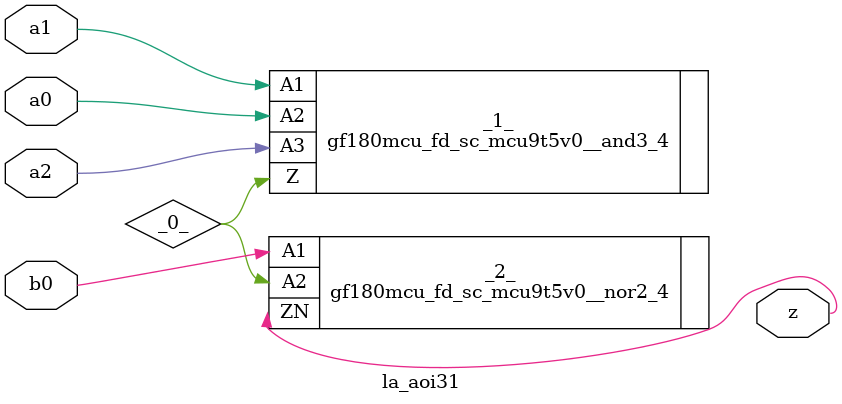
<source format=v>

/* Generated by Yosys 0.44 (git sha1 80ba43d26, g++ 11.4.0-1ubuntu1~22.04 -fPIC -O3) */

(* top =  1  *)
(* src = "inputs/la_aoi31.v:10.1-22.10" *)
module la_aoi31 (
    a0,
    a1,
    a2,
    b0,
    z
);
  wire _0_;
  (* src = "inputs/la_aoi31.v:13.12-13.14" *)
  input a0;
  wire a0;
  (* src = "inputs/la_aoi31.v:14.12-14.14" *)
  input a1;
  wire a1;
  (* src = "inputs/la_aoi31.v:15.12-15.14" *)
  input a2;
  wire a2;
  (* src = "inputs/la_aoi31.v:16.12-16.14" *)
  input b0;
  wire b0;
  (* src = "inputs/la_aoi31.v:17.12-17.13" *)
  output z;
  wire z;
  gf180mcu_fd_sc_mcu9t5v0__and3_4 _1_ (
      .A1(a1),
      .A2(a0),
      .A3(a2),
      .Z (_0_)
  );
  gf180mcu_fd_sc_mcu9t5v0__nor2_4 _2_ (
      .A1(b0),
      .A2(_0_),
      .ZN(z)
  );
endmodule

</source>
